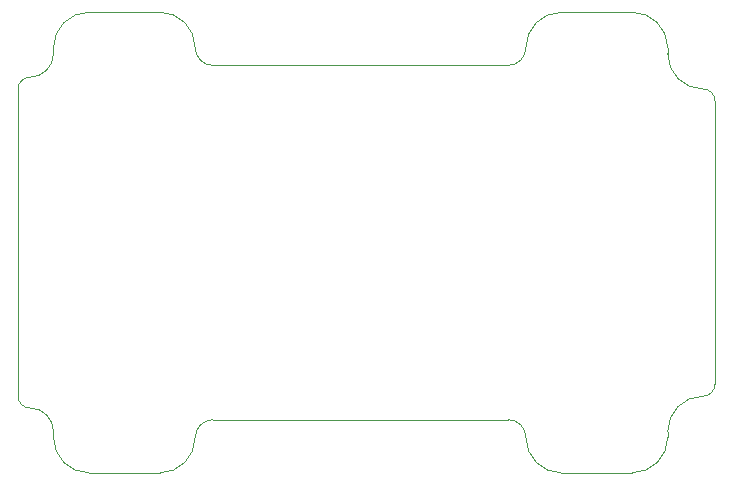
<source format=gbr>
%TF.GenerationSoftware,KiCad,Pcbnew,9.0.6*%
%TF.CreationDate,2026-01-11T11:57:00+09:00*%
%TF.ProjectId,Hi-Lo_converter,48692d4c-6f5f-4636-9f6e-766572746572,rev?*%
%TF.SameCoordinates,Original*%
%TF.FileFunction,Profile,NP*%
%FSLAX46Y46*%
G04 Gerber Fmt 4.6, Leading zero omitted, Abs format (unit mm)*
G04 Created by KiCad (PCBNEW 9.0.6) date 2026-01-11 11:57:00*
%MOMM*%
%LPD*%
G01*
G04 APERTURE LIST*
%TA.AperFunction,Profile*%
%ADD10C,0.100000*%
%TD*%
G04 APERTURE END LIST*
D10*
X171999999Y-60000001D02*
G75*
G02*
X168999999Y-57000001I1J3000001D01*
G01*
X220999999Y-56499999D02*
G75*
G02*
X223999999Y-53499999I3000001J-1D01*
G01*
X165999999Y-27500000D02*
G75*
G02*
X166999999Y-26499999I1000001J0D01*
G01*
X221000001Y-57000000D02*
X220999999Y-56500000D01*
X181000001Y-57000001D02*
G75*
G02*
X178000001Y-60000001I-3000001J1D01*
G01*
X166000002Y-27500001D02*
X166000000Y-53500000D01*
X212000000Y-60000000D02*
X218000001Y-60000000D01*
X181000000Y-57000000D02*
G75*
G02*
X182500000Y-55500000I1500000J0D01*
G01*
X168999999Y-24499999D02*
G75*
G02*
X166999999Y-26499999I-1999999J-1D01*
G01*
X168999999Y-23999999D02*
G75*
G02*
X171999999Y-20999999I3000001J-1D01*
G01*
X169000001Y-24499994D02*
X168999999Y-24000000D01*
X208999999Y-24000000D02*
G75*
G02*
X211999999Y-20999999I3000001J0D01*
G01*
X167000000Y-54500000D02*
G75*
G02*
X166000000Y-53500000I0J1000000D01*
G01*
X221000001Y-24000000D02*
X220999998Y-24499988D01*
X223999999Y-27500001D02*
G75*
G02*
X220999999Y-24500001I1J3000001D01*
G01*
X225000000Y-52500000D02*
G75*
G02*
X224000000Y-53500000I-1000000J0D01*
G01*
X218000001Y-20999999D02*
G75*
G02*
X221000001Y-23999999I-1J-3000001D01*
G01*
X225000000Y-28500000D02*
X225000000Y-52500000D01*
X167000000Y-54500000D02*
G75*
G02*
X169000000Y-56500000I0J-2000000D01*
G01*
X209000000Y-24000000D02*
G75*
G02*
X207500000Y-25500000I-1500000J0D01*
G01*
X182500000Y-55500000D02*
X207500000Y-55500000D01*
X182500000Y-25499999D02*
X207500000Y-25500001D01*
X178000001Y-20999999D02*
G75*
G02*
X181000001Y-23999999I-1J-3000001D01*
G01*
X182500000Y-25499998D02*
G75*
G02*
X181000002Y-23999999I0J1499998D01*
G01*
X168999999Y-57000001D02*
X169000000Y-56500000D01*
X221000001Y-57000001D02*
G75*
G02*
X218000001Y-60000001I-3000001J1D01*
G01*
X211999999Y-21000000D02*
X218000000Y-21000000D01*
X224000000Y-27500000D02*
G75*
G02*
X225000000Y-28500000I0J-1000000D01*
G01*
X171999999Y-21000000D02*
X178000000Y-21000000D01*
X207500000Y-55500000D02*
G75*
G02*
X209000000Y-57000001I0J-1500000D01*
G01*
X178000001Y-60000000D02*
X171999999Y-60000000D01*
X211999999Y-60000001D02*
G75*
G02*
X208999999Y-57000001I1J3000001D01*
G01*
M02*

</source>
